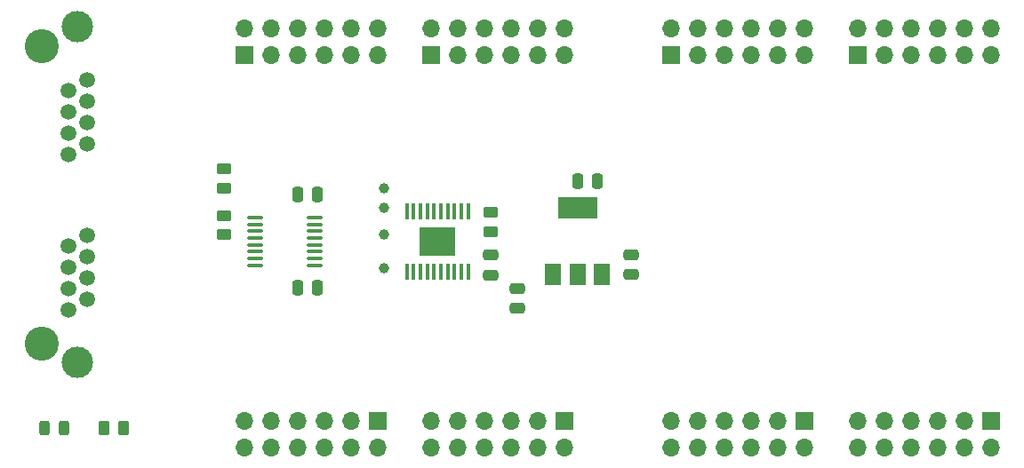
<source format=gbr>
%TF.GenerationSoftware,KiCad,Pcbnew,7.0.5*%
%TF.CreationDate,2024-02-04T09:12:31+01:00*%
%TF.ProjectId,test,74657374-2e6b-4696-9361-645f70636258,rev?*%
%TF.SameCoordinates,Original*%
%TF.FileFunction,Soldermask,Top*%
%TF.FilePolarity,Negative*%
%FSLAX46Y46*%
G04 Gerber Fmt 4.6, Leading zero omitted, Abs format (unit mm)*
G04 Created by KiCad (PCBNEW 7.0.5) date 2024-02-04 09:12:31*
%MOMM*%
%LPD*%
G01*
G04 APERTURE LIST*
G04 Aperture macros list*
%AMRoundRect*
0 Rectangle with rounded corners*
0 $1 Rounding radius*
0 $2 $3 $4 $5 $6 $7 $8 $9 X,Y pos of 4 corners*
0 Add a 4 corners polygon primitive as box body*
4,1,4,$2,$3,$4,$5,$6,$7,$8,$9,$2,$3,0*
0 Add four circle primitives for the rounded corners*
1,1,$1+$1,$2,$3*
1,1,$1+$1,$4,$5*
1,1,$1+$1,$6,$7*
1,1,$1+$1,$8,$9*
0 Add four rect primitives between the rounded corners*
20,1,$1+$1,$2,$3,$4,$5,0*
20,1,$1+$1,$4,$5,$6,$7,0*
20,1,$1+$1,$6,$7,$8,$9,0*
20,1,$1+$1,$8,$9,$2,$3,0*%
G04 Aperture macros list end*
%ADD10RoundRect,0.250000X0.475000X-0.250000X0.475000X0.250000X-0.475000X0.250000X-0.475000X-0.250000X0*%
%ADD11RoundRect,0.250000X0.250000X0.475000X-0.250000X0.475000X-0.250000X-0.475000X0.250000X-0.475000X0*%
%ADD12R,1.700000X1.700000*%
%ADD13O,1.700000X1.700000*%
%ADD14C,1.000000*%
%ADD15RoundRect,0.243750X-0.243750X-0.456250X0.243750X-0.456250X0.243750X0.456250X-0.243750X0.456250X0*%
%ADD16C,3.250000*%
%ADD17C,1.500000*%
%ADD18C,3.000000*%
%ADD19RoundRect,0.250000X-0.450000X0.262500X-0.450000X-0.262500X0.450000X-0.262500X0.450000X0.262500X0*%
%ADD20RoundRect,0.250000X0.450000X-0.262500X0.450000X0.262500X-0.450000X0.262500X-0.450000X-0.262500X0*%
%ADD21RoundRect,0.250000X-0.250000X-0.475000X0.250000X-0.475000X0.250000X0.475000X-0.250000X0.475000X0*%
%ADD22R,3.430000X2.750000*%
%ADD23RoundRect,0.100000X-0.100000X0.687500X-0.100000X-0.687500X0.100000X-0.687500X0.100000X0.687500X0*%
%ADD24RoundRect,0.100000X-0.637500X-0.100000X0.637500X-0.100000X0.637500X0.100000X-0.637500X0.100000X0*%
%ADD25R,1.500000X2.000000*%
%ADD26R,3.800000X2.000000*%
%ADD27RoundRect,0.250000X0.262500X0.450000X-0.262500X0.450000X-0.262500X-0.450000X0.262500X-0.450000X0*%
G04 APERTURE END LIST*
D10*
%TO.C,C1*%
X144145000Y-97790000D03*
X144145000Y-95890000D03*
%TD*%
D11*
%TO.C,C6*%
X125095000Y-86995000D03*
X123195000Y-86995000D03*
%TD*%
D12*
%TO.C,J11*%
X189230000Y-108580000D03*
D13*
X189230000Y-111120000D03*
X186690000Y-108580000D03*
X186690000Y-111120000D03*
X184150000Y-108580000D03*
X184150000Y-111120000D03*
X181610000Y-108580000D03*
X181610000Y-111120000D03*
X179070000Y-108580000D03*
X179070000Y-111120000D03*
X176530000Y-108580000D03*
X176530000Y-111120000D03*
%TD*%
D14*
%TO.C,SCI*%
X131445000Y-88265000D03*
%TD*%
D15*
%TO.C,D1*%
X99060000Y-109220000D03*
X100935000Y-109220000D03*
%TD*%
D12*
%TO.C,J5*%
X135890000Y-73665000D03*
D13*
X135890000Y-71125000D03*
X138430000Y-73665000D03*
X138430000Y-71125000D03*
X140970000Y-73665000D03*
X140970000Y-71125000D03*
X143510000Y-73665000D03*
X143510000Y-71125000D03*
X146050000Y-73665000D03*
X146050000Y-71125000D03*
X148590000Y-73665000D03*
X148590000Y-71125000D03*
%TD*%
D12*
%TO.C,J7*%
X176530000Y-73665000D03*
D13*
X176530000Y-71125000D03*
X179070000Y-73665000D03*
X179070000Y-71125000D03*
X181610000Y-73665000D03*
X181610000Y-71125000D03*
X184150000Y-73665000D03*
X184150000Y-71125000D03*
X186690000Y-73665000D03*
X186690000Y-71125000D03*
X189230000Y-73665000D03*
X189230000Y-71125000D03*
%TD*%
D16*
%TO.C,J3*%
X98805000Y-72775000D03*
X98805000Y-101215000D03*
D17*
X101345000Y-97935000D03*
X103125000Y-96955000D03*
X101345000Y-95935000D03*
X103125000Y-94915000D03*
X101345000Y-93895000D03*
X103125000Y-92875000D03*
X101345000Y-91855000D03*
X103125000Y-90835000D03*
X101345000Y-83155000D03*
X103125000Y-82135000D03*
X101345000Y-81115000D03*
X103125000Y-80095000D03*
X101345000Y-79075000D03*
X103125000Y-78055000D03*
X101345000Y-77035000D03*
X103125000Y-76055000D03*
D18*
X102235000Y-70995000D03*
X102235000Y-102995000D03*
%TD*%
D19*
%TO.C,R2*%
X116205000Y-84535000D03*
X116205000Y-86360000D03*
%TD*%
D12*
%TO.C,J6*%
X158750000Y-73665000D03*
D13*
X158750000Y-71125000D03*
X161290000Y-73665000D03*
X161290000Y-71125000D03*
X163830000Y-73665000D03*
X163830000Y-71125000D03*
X166370000Y-73665000D03*
X166370000Y-71125000D03*
X168910000Y-73665000D03*
X168910000Y-71125000D03*
X171450000Y-73665000D03*
X171450000Y-71125000D03*
%TD*%
D12*
%TO.C,J4*%
X118110000Y-73665000D03*
D13*
X118110000Y-71125000D03*
X120650000Y-73665000D03*
X120650000Y-71125000D03*
X123190000Y-73665000D03*
X123190000Y-71125000D03*
X125730000Y-73665000D03*
X125730000Y-71125000D03*
X128270000Y-73665000D03*
X128270000Y-71125000D03*
X130810000Y-73665000D03*
X130810000Y-71125000D03*
%TD*%
D10*
%TO.C,C2*%
X154940000Y-94615000D03*
X154940000Y-92715000D03*
%TD*%
D20*
%TO.C,R3*%
X116205000Y-90805000D03*
X116205000Y-88980000D03*
%TD*%
D12*
%TO.C,J8*%
X130810000Y-108580000D03*
D13*
X130810000Y-111120000D03*
X128270000Y-108580000D03*
X128270000Y-111120000D03*
X125730000Y-108580000D03*
X125730000Y-111120000D03*
X123190000Y-108580000D03*
X123190000Y-111120000D03*
X120650000Y-108580000D03*
X120650000Y-111120000D03*
X118110000Y-108580000D03*
X118110000Y-111120000D03*
%TD*%
D12*
%TO.C,J10*%
X171450000Y-108580000D03*
D13*
X171450000Y-111120000D03*
X168910000Y-108580000D03*
X168910000Y-111120000D03*
X166370000Y-108580000D03*
X166370000Y-111120000D03*
X163830000Y-108580000D03*
X163830000Y-111120000D03*
X161290000Y-108580000D03*
X161290000Y-111120000D03*
X158750000Y-108580000D03*
X158750000Y-111120000D03*
%TD*%
D21*
%TO.C,C3*%
X149865000Y-85725000D03*
X151765000Y-85725000D03*
%TD*%
D19*
%TO.C,R4*%
X141605000Y-88652500D03*
X141605000Y-90477500D03*
%TD*%
D14*
%TO.C,SDI*%
X131445000Y-86360000D03*
%TD*%
D22*
%TO.C,U3*%
X136525000Y-91440000D03*
D23*
X139450000Y-88577500D03*
X138800000Y-88577500D03*
X138150000Y-88577500D03*
X137500000Y-88577500D03*
X136850000Y-88577500D03*
X136200000Y-88577500D03*
X135550000Y-88577500D03*
X134900000Y-88577500D03*
X134250000Y-88577500D03*
X133600000Y-88577500D03*
X133600000Y-94302500D03*
X134250000Y-94302500D03*
X134900000Y-94302500D03*
X135550000Y-94302500D03*
X136200000Y-94302500D03*
X136850000Y-94302500D03*
X137500000Y-94302500D03*
X138150000Y-94302500D03*
X138800000Y-94302500D03*
X139450000Y-94302500D03*
%TD*%
D10*
%TO.C,C4*%
X141605000Y-94640000D03*
X141605000Y-92740000D03*
%TD*%
D14*
%TO.C,SCO*%
X131445000Y-93980000D03*
%TD*%
%TO.C,SDO*%
X131445000Y-90805000D03*
%TD*%
D21*
%TO.C,C5*%
X123195000Y-95885000D03*
X125095000Y-95885000D03*
%TD*%
D12*
%TO.C,J9*%
X148590000Y-108580000D03*
D13*
X148590000Y-111120000D03*
X146050000Y-108580000D03*
X146050000Y-111120000D03*
X143510000Y-108580000D03*
X143510000Y-111120000D03*
X140970000Y-108580000D03*
X140970000Y-111120000D03*
X138430000Y-108580000D03*
X138430000Y-111120000D03*
X135890000Y-108580000D03*
X135890000Y-111120000D03*
%TD*%
D24*
%TO.C,U1*%
X119132500Y-89165000D03*
X119132500Y-89815000D03*
X119132500Y-90465000D03*
X119132500Y-91115000D03*
X119132500Y-91765000D03*
X119132500Y-92415000D03*
X119132500Y-93065000D03*
X119132500Y-93715000D03*
X124857500Y-93715000D03*
X124857500Y-93065000D03*
X124857500Y-92415000D03*
X124857500Y-91765000D03*
X124857500Y-91115000D03*
X124857500Y-90465000D03*
X124857500Y-89815000D03*
X124857500Y-89165000D03*
%TD*%
D25*
%TO.C,U2*%
X147560000Y-94565000D03*
X149860000Y-94565000D03*
D26*
X149860000Y-88265000D03*
D25*
X152160000Y-94565000D03*
%TD*%
D27*
%TO.C,R1*%
X106600000Y-109220000D03*
X104775000Y-109220000D03*
%TD*%
M02*

</source>
